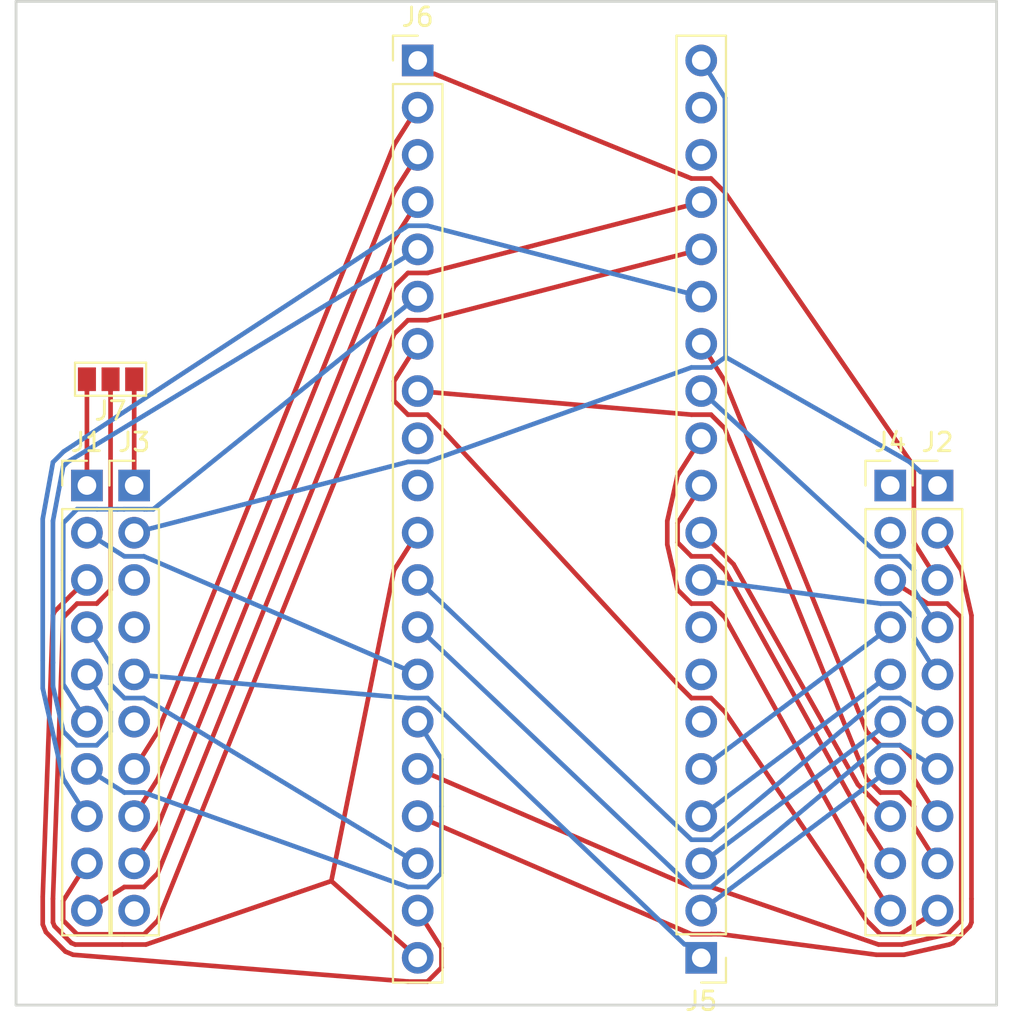
<source format=kicad_pcb>
(kicad_pcb (version 4) (host pcbnew 4.0.7)

  (general
    (links 36)
    (no_connects 0)
    (area 96.852381 75.435 152.06762 130.405)
    (thickness 1.6)
    (drawings 4)
    (tracks 350)
    (zones 0)
    (modules 7)
    (nets 48)
  )

  (page A4)
  (layers
    (0 F.Cu signal)
    (31 B.Cu signal)
    (32 B.Adhes user)
    (33 F.Adhes user)
    (34 B.Paste user)
    (35 F.Paste user)
    (36 B.SilkS user)
    (37 F.SilkS user)
    (38 B.Mask user)
    (39 F.Mask user)
    (40 Dwgs.User user)
    (41 Cmts.User user)
    (42 Eco1.User user)
    (43 Eco2.User user)
    (44 Edge.Cuts user)
    (45 Margin user)
    (46 B.CrtYd user)
    (47 F.CrtYd user)
    (48 B.Fab user)
    (49 F.Fab user)
  )

  (setup
    (last_trace_width 0.25)
    (trace_clearance 0.2)
    (zone_clearance 0.508)
    (zone_45_only no)
    (trace_min 0.2)
    (segment_width 0.2)
    (edge_width 0.15)
    (via_size 0.6)
    (via_drill 0.4)
    (via_min_size 0.4)
    (via_min_drill 0.3)
    (uvia_size 0.3)
    (uvia_drill 0.1)
    (uvias_allowed no)
    (uvia_min_size 0.2)
    (uvia_min_drill 0.1)
    (pcb_text_width 0.3)
    (pcb_text_size 1.5 1.5)
    (mod_edge_width 0.15)
    (mod_text_size 1 1)
    (mod_text_width 0.15)
    (pad_size 1.524 1.524)
    (pad_drill 0.762)
    (pad_to_mask_clearance 0.2)
    (aux_axis_origin 0 0)
    (grid_origin 156.21 113.03)
    (visible_elements 7FFFFFFF)
    (pcbplotparams
      (layerselection 0x010f0_80000001)
      (usegerberextensions true)
      (excludeedgelayer true)
      (linewidth 0.100000)
      (plotframeref false)
      (viasonmask false)
      (mode 1)
      (useauxorigin false)
      (hpglpennumber 1)
      (hpglpenspeed 20)
      (hpglpendiameter 15)
      (hpglpenoverlay 2)
      (psnegative false)
      (psa4output false)
      (plotreference true)
      (plotvalue true)
      (plotinvisibletext false)
      (padsonsilk false)
      (subtractmaskfromsilk false)
      (outputformat 1)
      (mirror false)
      (drillshape 0)
      (scaleselection 1)
      (outputdirectory Gerbers/))
  )

  (net 0 "")
  (net 1 "Net-(J1-Pad1)")
  (net 2 /X5)
  (net 3 /X0)
  (net 4 /X1)
  (net 5 /Bit4)
  (net 6 /Bit5)
  (net 7 /X4)
  (net 8 /Bit9)
  (net 9 /Bit10)
  (net 10 /Bit11)
  (net 11 /GND)
  (net 12 /X2)
  (net 13 /Bit0)
  (net 14 /PLUS)
  (net 15 /RESET)
  (net 16 /X7)
  (net 17 /X6)
  (net 18 /Bit8)
  (net 19 /Bit7)
  (net 20 /Bit6)
  (net 21 "Net-(J3-Pad1)")
  (net 22 "Net-(J3-Pad3)")
  (net 23 "Net-(J3-Pad4)")
  (net 24 /DS18B20)
  (net 25 "Net-(J3-Pad6)")
  (net 26 /Bit1)
  (net 27 /Bit2)
  (net 28 /Bit3)
  (net 29 "Net-(J3-Pad10)")
  (net 30 "Net-(J4-Pad1)")
  (net 31 "Net-(J4-Pad2)")
  (net 32 /X3)
  (net 33 /BEEP)
  (net 34 /1302CLK)
  (net 35 /1302IO)
  (net 36 /1302RST)
  (net 37 /RXD)
  (net 38 /TXD)
  (net 39 /MODE)
  (net 40 "Net-(J5-Pad6)")
  (net 41 "Net-(J5-Pad7)")
  (net 42 "Net-(J5-Pad8)")
  (net 43 "Net-(J5-Pad18)")
  (net 44 "Net-(J5-Pad19)")
  (net 45 "Net-(J6-Pad9)")
  (net 46 "Net-(J6-Pad10)")
  (net 47 /VCC)

  (net_class Default "This is the default net class."
    (clearance 0.2)
    (trace_width 0.25)
    (via_dia 0.6)
    (via_drill 0.4)
    (uvia_dia 0.3)
    (uvia_drill 0.1)
    (add_net /1302CLK)
    (add_net /1302IO)
    (add_net /1302RST)
    (add_net /BEEP)
    (add_net /Bit0)
    (add_net /Bit1)
    (add_net /Bit10)
    (add_net /Bit11)
    (add_net /Bit2)
    (add_net /Bit3)
    (add_net /Bit4)
    (add_net /Bit5)
    (add_net /Bit6)
    (add_net /Bit7)
    (add_net /Bit8)
    (add_net /Bit9)
    (add_net /DS18B20)
    (add_net /GND)
    (add_net /MODE)
    (add_net /PLUS)
    (add_net /RESET)
    (add_net /RXD)
    (add_net /TXD)
    (add_net /VCC)
    (add_net /X0)
    (add_net /X1)
    (add_net /X2)
    (add_net /X3)
    (add_net /X4)
    (add_net /X5)
    (add_net /X6)
    (add_net /X7)
    (add_net "Net-(J1-Pad1)")
    (add_net "Net-(J3-Pad1)")
    (add_net "Net-(J3-Pad10)")
    (add_net "Net-(J3-Pad3)")
    (add_net "Net-(J3-Pad4)")
    (add_net "Net-(J3-Pad6)")
    (add_net "Net-(J4-Pad1)")
    (add_net "Net-(J4-Pad2)")
    (add_net "Net-(J5-Pad18)")
    (add_net "Net-(J5-Pad19)")
    (add_net "Net-(J5-Pad6)")
    (add_net "Net-(J5-Pad7)")
    (add_net "Net-(J5-Pad8)")
    (add_net "Net-(J6-Pad10)")
    (add_net "Net-(J6-Pad9)")
  )

  (module Pin_Headers:Pin_Header_Straight_1x10_Pitch2.54mm (layer F.Cu) (tedit 59650532) (tstamp 5A68B6AC)
    (at 101.6 101.6)
    (descr "Through hole straight pin header, 1x10, 2.54mm pitch, single row")
    (tags "Through hole pin header THT 1x10 2.54mm single row")
    (path /5A5BEAC9)
    (fp_text reference J1 (at 0 -2.33) (layer F.SilkS)
      (effects (font (size 1 1) (thickness 0.15)))
    )
    (fp_text value Conn_01x10 (at 0 25.19) (layer F.Fab)
      (effects (font (size 1 1) (thickness 0.15)))
    )
    (fp_line (start -0.635 -1.27) (end 1.27 -1.27) (layer F.Fab) (width 0.1))
    (fp_line (start 1.27 -1.27) (end 1.27 24.13) (layer F.Fab) (width 0.1))
    (fp_line (start 1.27 24.13) (end -1.27 24.13) (layer F.Fab) (width 0.1))
    (fp_line (start -1.27 24.13) (end -1.27 -0.635) (layer F.Fab) (width 0.1))
    (fp_line (start -1.27 -0.635) (end -0.635 -1.27) (layer F.Fab) (width 0.1))
    (fp_line (start -1.33 24.19) (end 1.33 24.19) (layer F.SilkS) (width 0.12))
    (fp_line (start -1.33 1.27) (end -1.33 24.19) (layer F.SilkS) (width 0.12))
    (fp_line (start 1.33 1.27) (end 1.33 24.19) (layer F.SilkS) (width 0.12))
    (fp_line (start -1.33 1.27) (end 1.33 1.27) (layer F.SilkS) (width 0.12))
    (fp_line (start -1.33 0) (end -1.33 -1.33) (layer F.SilkS) (width 0.12))
    (fp_line (start -1.33 -1.33) (end 0 -1.33) (layer F.SilkS) (width 0.12))
    (fp_line (start -1.8 -1.8) (end -1.8 24.65) (layer F.CrtYd) (width 0.05))
    (fp_line (start -1.8 24.65) (end 1.8 24.65) (layer F.CrtYd) (width 0.05))
    (fp_line (start 1.8 24.65) (end 1.8 -1.8) (layer F.CrtYd) (width 0.05))
    (fp_line (start 1.8 -1.8) (end -1.8 -1.8) (layer F.CrtYd) (width 0.05))
    (fp_text user %R (at 0 11.43 90) (layer F.Fab)
      (effects (font (size 1 1) (thickness 0.15)))
    )
    (pad 1 thru_hole rect (at 0 0) (size 1.7 1.7) (drill 1) (layers *.Cu *.Mask)
      (net 1 "Net-(J1-Pad1)"))
    (pad 2 thru_hole oval (at 0 2.54) (size 1.7 1.7) (drill 1) (layers *.Cu *.Mask)
      (net 2 /X5))
    (pad 3 thru_hole oval (at 0 5.08) (size 1.7 1.7) (drill 1) (layers *.Cu *.Mask)
      (net 3 /X0))
    (pad 4 thru_hole oval (at 0 7.62) (size 1.7 1.7) (drill 1) (layers *.Cu *.Mask)
      (net 4 /X1))
    (pad 5 thru_hole oval (at 0 10.16) (size 1.7 1.7) (drill 1) (layers *.Cu *.Mask)
      (net 5 /Bit4))
    (pad 6 thru_hole oval (at 0 12.7) (size 1.7 1.7) (drill 1) (layers *.Cu *.Mask)
      (net 6 /Bit5))
    (pad 7 thru_hole oval (at 0 15.24) (size 1.7 1.7) (drill 1) (layers *.Cu *.Mask)
      (net 7 /X4))
    (pad 8 thru_hole oval (at 0 17.78) (size 1.7 1.7) (drill 1) (layers *.Cu *.Mask)
      (net 8 /Bit9))
    (pad 9 thru_hole oval (at 0 20.32) (size 1.7 1.7) (drill 1) (layers *.Cu *.Mask)
      (net 9 /Bit10))
    (pad 10 thru_hole oval (at 0 22.86) (size 1.7 1.7) (drill 1) (layers *.Cu *.Mask)
      (net 10 /Bit11))
    (model ${KISYS3DMOD}/Pin_Headers.3dshapes/Pin_Header_Straight_1x10_Pitch2.54mm.wrl
      (at (xyz 0 0 0))
      (scale (xyz 1 1 1))
      (rotate (xyz 0 0 0))
    )
  )

  (module Pin_Headers:Pin_Header_Straight_1x10_Pitch2.54mm (layer F.Cu) (tedit 59650532) (tstamp 5A68B6BA)
    (at 147.32 101.6)
    (descr "Through hole straight pin header, 1x10, 2.54mm pitch, single row")
    (tags "Through hole pin header THT 1x10 2.54mm single row")
    (path /5A5BED3B)
    (fp_text reference J2 (at 0 -2.33) (layer F.SilkS)
      (effects (font (size 1 1) (thickness 0.15)))
    )
    (fp_text value Conn_01x10 (at 0 25.19) (layer F.Fab)
      (effects (font (size 1 1) (thickness 0.15)))
    )
    (fp_line (start -0.635 -1.27) (end 1.27 -1.27) (layer F.Fab) (width 0.1))
    (fp_line (start 1.27 -1.27) (end 1.27 24.13) (layer F.Fab) (width 0.1))
    (fp_line (start 1.27 24.13) (end -1.27 24.13) (layer F.Fab) (width 0.1))
    (fp_line (start -1.27 24.13) (end -1.27 -0.635) (layer F.Fab) (width 0.1))
    (fp_line (start -1.27 -0.635) (end -0.635 -1.27) (layer F.Fab) (width 0.1))
    (fp_line (start -1.33 24.19) (end 1.33 24.19) (layer F.SilkS) (width 0.12))
    (fp_line (start -1.33 1.27) (end -1.33 24.19) (layer F.SilkS) (width 0.12))
    (fp_line (start 1.33 1.27) (end 1.33 24.19) (layer F.SilkS) (width 0.12))
    (fp_line (start -1.33 1.27) (end 1.33 1.27) (layer F.SilkS) (width 0.12))
    (fp_line (start -1.33 0) (end -1.33 -1.33) (layer F.SilkS) (width 0.12))
    (fp_line (start -1.33 -1.33) (end 0 -1.33) (layer F.SilkS) (width 0.12))
    (fp_line (start -1.8 -1.8) (end -1.8 24.65) (layer F.CrtYd) (width 0.05))
    (fp_line (start -1.8 24.65) (end 1.8 24.65) (layer F.CrtYd) (width 0.05))
    (fp_line (start 1.8 24.65) (end 1.8 -1.8) (layer F.CrtYd) (width 0.05))
    (fp_line (start 1.8 -1.8) (end -1.8 -1.8) (layer F.CrtYd) (width 0.05))
    (fp_text user %R (at 0 11.43 90) (layer F.Fab)
      (effects (font (size 1 1) (thickness 0.15)))
    )
    (pad 1 thru_hole rect (at 0 0) (size 1.7 1.7) (drill 1) (layers *.Cu *.Mask)
      (net 11 /GND))
    (pad 2 thru_hole oval (at 0 2.54) (size 1.7 1.7) (drill 1) (layers *.Cu *.Mask)
      (net 12 /X2))
    (pad 3 thru_hole oval (at 0 5.08) (size 1.7 1.7) (drill 1) (layers *.Cu *.Mask)
      (net 13 /Bit0))
    (pad 4 thru_hole oval (at 0 7.62) (size 1.7 1.7) (drill 1) (layers *.Cu *.Mask)
      (net 14 /PLUS))
    (pad 5 thru_hole oval (at 0 10.16) (size 1.7 1.7) (drill 1) (layers *.Cu *.Mask)
      (net 15 /RESET))
    (pad 6 thru_hole oval (at 0 12.7) (size 1.7 1.7) (drill 1) (layers *.Cu *.Mask)
      (net 16 /X7))
    (pad 7 thru_hole oval (at 0 15.24) (size 1.7 1.7) (drill 1) (layers *.Cu *.Mask)
      (net 17 /X6))
    (pad 8 thru_hole oval (at 0 17.78) (size 1.7 1.7) (drill 1) (layers *.Cu *.Mask)
      (net 18 /Bit8))
    (pad 9 thru_hole oval (at 0 20.32) (size 1.7 1.7) (drill 1) (layers *.Cu *.Mask)
      (net 19 /Bit7))
    (pad 10 thru_hole oval (at 0 22.86) (size 1.7 1.7) (drill 1) (layers *.Cu *.Mask)
      (net 20 /Bit6))
    (model ${KISYS3DMOD}/Pin_Headers.3dshapes/Pin_Header_Straight_1x10_Pitch2.54mm.wrl
      (at (xyz 0 0 0))
      (scale (xyz 1 1 1))
      (rotate (xyz 0 0 0))
    )
  )

  (module Pin_Headers:Pin_Header_Straight_1x10_Pitch2.54mm (layer F.Cu) (tedit 59650532) (tstamp 5A68B6C8)
    (at 104.14 101.6)
    (descr "Through hole straight pin header, 1x10, 2.54mm pitch, single row")
    (tags "Through hole pin header THT 1x10 2.54mm single row")
    (path /5A5BEB8A)
    (fp_text reference J3 (at 0 -2.33) (layer F.SilkS)
      (effects (font (size 1 1) (thickness 0.15)))
    )
    (fp_text value Conn_01x10 (at 0 25.19) (layer F.Fab)
      (effects (font (size 1 1) (thickness 0.15)))
    )
    (fp_line (start -0.635 -1.27) (end 1.27 -1.27) (layer F.Fab) (width 0.1))
    (fp_line (start 1.27 -1.27) (end 1.27 24.13) (layer F.Fab) (width 0.1))
    (fp_line (start 1.27 24.13) (end -1.27 24.13) (layer F.Fab) (width 0.1))
    (fp_line (start -1.27 24.13) (end -1.27 -0.635) (layer F.Fab) (width 0.1))
    (fp_line (start -1.27 -0.635) (end -0.635 -1.27) (layer F.Fab) (width 0.1))
    (fp_line (start -1.33 24.19) (end 1.33 24.19) (layer F.SilkS) (width 0.12))
    (fp_line (start -1.33 1.27) (end -1.33 24.19) (layer F.SilkS) (width 0.12))
    (fp_line (start 1.33 1.27) (end 1.33 24.19) (layer F.SilkS) (width 0.12))
    (fp_line (start -1.33 1.27) (end 1.33 1.27) (layer F.SilkS) (width 0.12))
    (fp_line (start -1.33 0) (end -1.33 -1.33) (layer F.SilkS) (width 0.12))
    (fp_line (start -1.33 -1.33) (end 0 -1.33) (layer F.SilkS) (width 0.12))
    (fp_line (start -1.8 -1.8) (end -1.8 24.65) (layer F.CrtYd) (width 0.05))
    (fp_line (start -1.8 24.65) (end 1.8 24.65) (layer F.CrtYd) (width 0.05))
    (fp_line (start 1.8 24.65) (end 1.8 -1.8) (layer F.CrtYd) (width 0.05))
    (fp_line (start 1.8 -1.8) (end -1.8 -1.8) (layer F.CrtYd) (width 0.05))
    (fp_text user %R (at 0 11.43 90) (layer F.Fab)
      (effects (font (size 1 1) (thickness 0.15)))
    )
    (pad 1 thru_hole rect (at 0 0) (size 1.7 1.7) (drill 1) (layers *.Cu *.Mask)
      (net 21 "Net-(J3-Pad1)"))
    (pad 2 thru_hole oval (at 0 2.54) (size 1.7 1.7) (drill 1) (layers *.Cu *.Mask)
      (net 11 /GND))
    (pad 3 thru_hole oval (at 0 5.08) (size 1.7 1.7) (drill 1) (layers *.Cu *.Mask)
      (net 22 "Net-(J3-Pad3)"))
    (pad 4 thru_hole oval (at 0 7.62) (size 1.7 1.7) (drill 1) (layers *.Cu *.Mask)
      (net 23 "Net-(J3-Pad4)"))
    (pad 5 thru_hole oval (at 0 10.16) (size 1.7 1.7) (drill 1) (layers *.Cu *.Mask)
      (net 24 /DS18B20))
    (pad 6 thru_hole oval (at 0 12.7) (size 1.7 1.7) (drill 1) (layers *.Cu *.Mask)
      (net 25 "Net-(J3-Pad6)"))
    (pad 7 thru_hole oval (at 0 15.24) (size 1.7 1.7) (drill 1) (layers *.Cu *.Mask)
      (net 26 /Bit1))
    (pad 8 thru_hole oval (at 0 17.78) (size 1.7 1.7) (drill 1) (layers *.Cu *.Mask)
      (net 27 /Bit2))
    (pad 9 thru_hole oval (at 0 20.32) (size 1.7 1.7) (drill 1) (layers *.Cu *.Mask)
      (net 28 /Bit3))
    (pad 10 thru_hole oval (at 0 22.86) (size 1.7 1.7) (drill 1) (layers *.Cu *.Mask)
      (net 29 "Net-(J3-Pad10)"))
    (model ${KISYS3DMOD}/Pin_Headers.3dshapes/Pin_Header_Straight_1x10_Pitch2.54mm.wrl
      (at (xyz 0 0 0))
      (scale (xyz 1 1 1))
      (rotate (xyz 0 0 0))
    )
  )

  (module Pin_Headers:Pin_Header_Straight_1x10_Pitch2.54mm (layer F.Cu) (tedit 59650532) (tstamp 5A68B6D6)
    (at 144.78 101.6)
    (descr "Through hole straight pin header, 1x10, 2.54mm pitch, single row")
    (tags "Through hole pin header THT 1x10 2.54mm single row")
    (path /5A5BED0F)
    (fp_text reference J4 (at 0 -2.33) (layer F.SilkS)
      (effects (font (size 1 1) (thickness 0.15)))
    )
    (fp_text value Conn_01x10 (at 0 25.19) (layer F.Fab)
      (effects (font (size 1 1) (thickness 0.15)))
    )
    (fp_line (start -0.635 -1.27) (end 1.27 -1.27) (layer F.Fab) (width 0.1))
    (fp_line (start 1.27 -1.27) (end 1.27 24.13) (layer F.Fab) (width 0.1))
    (fp_line (start 1.27 24.13) (end -1.27 24.13) (layer F.Fab) (width 0.1))
    (fp_line (start -1.27 24.13) (end -1.27 -0.635) (layer F.Fab) (width 0.1))
    (fp_line (start -1.27 -0.635) (end -0.635 -1.27) (layer F.Fab) (width 0.1))
    (fp_line (start -1.33 24.19) (end 1.33 24.19) (layer F.SilkS) (width 0.12))
    (fp_line (start -1.33 1.27) (end -1.33 24.19) (layer F.SilkS) (width 0.12))
    (fp_line (start 1.33 1.27) (end 1.33 24.19) (layer F.SilkS) (width 0.12))
    (fp_line (start -1.33 1.27) (end 1.33 1.27) (layer F.SilkS) (width 0.12))
    (fp_line (start -1.33 0) (end -1.33 -1.33) (layer F.SilkS) (width 0.12))
    (fp_line (start -1.33 -1.33) (end 0 -1.33) (layer F.SilkS) (width 0.12))
    (fp_line (start -1.8 -1.8) (end -1.8 24.65) (layer F.CrtYd) (width 0.05))
    (fp_line (start -1.8 24.65) (end 1.8 24.65) (layer F.CrtYd) (width 0.05))
    (fp_line (start 1.8 24.65) (end 1.8 -1.8) (layer F.CrtYd) (width 0.05))
    (fp_line (start 1.8 -1.8) (end -1.8 -1.8) (layer F.CrtYd) (width 0.05))
    (fp_text user %R (at 0 11.43 90) (layer F.Fab)
      (effects (font (size 1 1) (thickness 0.15)))
    )
    (pad 1 thru_hole rect (at 0 0) (size 1.7 1.7) (drill 1) (layers *.Cu *.Mask)
      (net 30 "Net-(J4-Pad1)"))
    (pad 2 thru_hole oval (at 0 2.54) (size 1.7 1.7) (drill 1) (layers *.Cu *.Mask)
      (net 31 "Net-(J4-Pad2)"))
    (pad 3 thru_hole oval (at 0 5.08) (size 1.7 1.7) (drill 1) (layers *.Cu *.Mask)
      (net 32 /X3))
    (pad 4 thru_hole oval (at 0 7.62) (size 1.7 1.7) (drill 1) (layers *.Cu *.Mask)
      (net 33 /BEEP))
    (pad 5 thru_hole oval (at 0 10.16) (size 1.7 1.7) (drill 1) (layers *.Cu *.Mask)
      (net 34 /1302CLK))
    (pad 6 thru_hole oval (at 0 12.7) (size 1.7 1.7) (drill 1) (layers *.Cu *.Mask)
      (net 35 /1302IO))
    (pad 7 thru_hole oval (at 0 15.24) (size 1.7 1.7) (drill 1) (layers *.Cu *.Mask)
      (net 36 /1302RST))
    (pad 8 thru_hole oval (at 0 17.78) (size 1.7 1.7) (drill 1) (layers *.Cu *.Mask)
      (net 37 /RXD))
    (pad 9 thru_hole oval (at 0 20.32) (size 1.7 1.7) (drill 1) (layers *.Cu *.Mask)
      (net 38 /TXD))
    (pad 10 thru_hole oval (at 0 22.86) (size 1.7 1.7) (drill 1) (layers *.Cu *.Mask)
      (net 39 /MODE))
    (model ${KISYS3DMOD}/Pin_Headers.3dshapes/Pin_Header_Straight_1x10_Pitch2.54mm.wrl
      (at (xyz 0 0 0))
      (scale (xyz 1 1 1))
      (rotate (xyz 0 0 0))
    )
  )

  (module Pin_Headers:Pin_Header_Straight_1x20_Pitch2.54mm (layer F.Cu) (tedit 59650532) (tstamp 5A68B6EE)
    (at 134.62 127 180)
    (descr "Through hole straight pin header, 1x20, 2.54mm pitch, single row")
    (tags "Through hole pin header THT 1x20 2.54mm single row")
    (path /5A5BED71)
    (fp_text reference J5 (at 0 -2.33 180) (layer F.SilkS)
      (effects (font (size 1 1) (thickness 0.15)))
    )
    (fp_text value Conn_01x20 (at 0 50.59 180) (layer F.Fab)
      (effects (font (size 1 1) (thickness 0.15)))
    )
    (fp_line (start -0.635 -1.27) (end 1.27 -1.27) (layer F.Fab) (width 0.1))
    (fp_line (start 1.27 -1.27) (end 1.27 49.53) (layer F.Fab) (width 0.1))
    (fp_line (start 1.27 49.53) (end -1.27 49.53) (layer F.Fab) (width 0.1))
    (fp_line (start -1.27 49.53) (end -1.27 -0.635) (layer F.Fab) (width 0.1))
    (fp_line (start -1.27 -0.635) (end -0.635 -1.27) (layer F.Fab) (width 0.1))
    (fp_line (start -1.33 49.59) (end 1.33 49.59) (layer F.SilkS) (width 0.12))
    (fp_line (start -1.33 1.27) (end -1.33 49.59) (layer F.SilkS) (width 0.12))
    (fp_line (start 1.33 1.27) (end 1.33 49.59) (layer F.SilkS) (width 0.12))
    (fp_line (start -1.33 1.27) (end 1.33 1.27) (layer F.SilkS) (width 0.12))
    (fp_line (start -1.33 0) (end -1.33 -1.33) (layer F.SilkS) (width 0.12))
    (fp_line (start -1.33 -1.33) (end 0 -1.33) (layer F.SilkS) (width 0.12))
    (fp_line (start -1.8 -1.8) (end -1.8 50.05) (layer F.CrtYd) (width 0.05))
    (fp_line (start -1.8 50.05) (end 1.8 50.05) (layer F.CrtYd) (width 0.05))
    (fp_line (start 1.8 50.05) (end 1.8 -1.8) (layer F.CrtYd) (width 0.05))
    (fp_line (start 1.8 -1.8) (end -1.8 -1.8) (layer F.CrtYd) (width 0.05))
    (fp_text user %R (at 0 24.13 270) (layer F.Fab)
      (effects (font (size 1 1) (thickness 0.15)))
    )
    (pad 1 thru_hole rect (at 0 0 180) (size 1.7 1.7) (drill 1) (layers *.Cu *.Mask)
      (net 24 /DS18B20))
    (pad 2 thru_hole oval (at 0 2.54 180) (size 1.7 1.7) (drill 1) (layers *.Cu *.Mask)
      (net 36 /1302RST))
    (pad 3 thru_hole oval (at 0 5.08 180) (size 1.7 1.7) (drill 1) (layers *.Cu *.Mask)
      (net 35 /1302IO))
    (pad 4 thru_hole oval (at 0 7.62 180) (size 1.7 1.7) (drill 1) (layers *.Cu *.Mask)
      (net 34 /1302CLK))
    (pad 5 thru_hole oval (at 0 10.16 180) (size 1.7 1.7) (drill 1) (layers *.Cu *.Mask)
      (net 33 /BEEP))
    (pad 6 thru_hole oval (at 0 12.7 180) (size 1.7 1.7) (drill 1) (layers *.Cu *.Mask)
      (net 40 "Net-(J5-Pad6)"))
    (pad 7 thru_hole oval (at 0 15.24 180) (size 1.7 1.7) (drill 1) (layers *.Cu *.Mask)
      (net 41 "Net-(J5-Pad7)"))
    (pad 8 thru_hole oval (at 0 17.78 180) (size 1.7 1.7) (drill 1) (layers *.Cu *.Mask)
      (net 42 "Net-(J5-Pad8)"))
    (pad 9 thru_hole oval (at 0 20.32 180) (size 1.7 1.7) (drill 1) (layers *.Cu *.Mask)
      (net 15 /RESET))
    (pad 10 thru_hole oval (at 0 22.86 180) (size 1.7 1.7) (drill 1) (layers *.Cu *.Mask)
      (net 37 /RXD))
    (pad 11 thru_hole oval (at 0 25.4 180) (size 1.7 1.7) (drill 1) (layers *.Cu *.Mask)
      (net 38 /TXD))
    (pad 12 thru_hole oval (at 0 27.94 180) (size 1.7 1.7) (drill 1) (layers *.Cu *.Mask)
      (net 39 /MODE))
    (pad 13 thru_hole oval (at 0 30.48 180) (size 1.7 1.7) (drill 1) (layers *.Cu *.Mask)
      (net 14 /PLUS))
    (pad 14 thru_hole oval (at 0 33.02 180) (size 1.7 1.7) (drill 1) (layers *.Cu *.Mask)
      (net 18 /Bit8))
    (pad 15 thru_hole oval (at 0 35.56 180) (size 1.7 1.7) (drill 1) (layers *.Cu *.Mask)
      (net 8 /Bit9))
    (pad 16 thru_hole oval (at 0 38.1 180) (size 1.7 1.7) (drill 1) (layers *.Cu *.Mask)
      (net 9 /Bit10))
    (pad 17 thru_hole oval (at 0 40.64 180) (size 1.7 1.7) (drill 1) (layers *.Cu *.Mask)
      (net 10 /Bit11))
    (pad 18 thru_hole oval (at 0 43.18 180) (size 1.7 1.7) (drill 1) (layers *.Cu *.Mask)
      (net 43 "Net-(J5-Pad18)"))
    (pad 19 thru_hole oval (at 0 45.72 180) (size 1.7 1.7) (drill 1) (layers *.Cu *.Mask)
      (net 44 "Net-(J5-Pad19)"))
    (pad 20 thru_hole oval (at 0 48.26 180) (size 1.7 1.7) (drill 1) (layers *.Cu *.Mask)
      (net 11 /GND))
    (model ${KISYS3DMOD}/Pin_Headers.3dshapes/Pin_Header_Straight_1x20_Pitch2.54mm.wrl
      (at (xyz 0 0 0))
      (scale (xyz 1 1 1))
      (rotate (xyz 0 0 0))
    )
  )

  (module Pin_Headers:Pin_Header_Straight_1x20_Pitch2.54mm (layer F.Cu) (tedit 59650532) (tstamp 5A68B706)
    (at 119.38 78.74)
    (descr "Through hole straight pin header, 1x20, 2.54mm pitch, single row")
    (tags "Through hole pin header THT 1x20 2.54mm single row")
    (path /5A5BEDA4)
    (fp_text reference J6 (at 0 -2.33) (layer F.SilkS)
      (effects (font (size 1 1) (thickness 0.15)))
    )
    (fp_text value Conn_01x20 (at 0 50.59) (layer F.Fab)
      (effects (font (size 1 1) (thickness 0.15)))
    )
    (fp_line (start -0.635 -1.27) (end 1.27 -1.27) (layer F.Fab) (width 0.1))
    (fp_line (start 1.27 -1.27) (end 1.27 49.53) (layer F.Fab) (width 0.1))
    (fp_line (start 1.27 49.53) (end -1.27 49.53) (layer F.Fab) (width 0.1))
    (fp_line (start -1.27 49.53) (end -1.27 -0.635) (layer F.Fab) (width 0.1))
    (fp_line (start -1.27 -0.635) (end -0.635 -1.27) (layer F.Fab) (width 0.1))
    (fp_line (start -1.33 49.59) (end 1.33 49.59) (layer F.SilkS) (width 0.12))
    (fp_line (start -1.33 1.27) (end -1.33 49.59) (layer F.SilkS) (width 0.12))
    (fp_line (start 1.33 1.27) (end 1.33 49.59) (layer F.SilkS) (width 0.12))
    (fp_line (start -1.33 1.27) (end 1.33 1.27) (layer F.SilkS) (width 0.12))
    (fp_line (start -1.33 0) (end -1.33 -1.33) (layer F.SilkS) (width 0.12))
    (fp_line (start -1.33 -1.33) (end 0 -1.33) (layer F.SilkS) (width 0.12))
    (fp_line (start -1.8 -1.8) (end -1.8 50.05) (layer F.CrtYd) (width 0.05))
    (fp_line (start -1.8 50.05) (end 1.8 50.05) (layer F.CrtYd) (width 0.05))
    (fp_line (start 1.8 50.05) (end 1.8 -1.8) (layer F.CrtYd) (width 0.05))
    (fp_line (start 1.8 -1.8) (end -1.8 -1.8) (layer F.CrtYd) (width 0.05))
    (fp_text user %R (at 0 24.13 90) (layer F.Fab)
      (effects (font (size 1 1) (thickness 0.15)))
    )
    (pad 1 thru_hole rect (at 0 0) (size 1.7 1.7) (drill 1) (layers *.Cu *.Mask)
      (net 13 /Bit0))
    (pad 2 thru_hole oval (at 0 2.54) (size 1.7 1.7) (drill 1) (layers *.Cu *.Mask)
      (net 26 /Bit1))
    (pad 3 thru_hole oval (at 0 5.08) (size 1.7 1.7) (drill 1) (layers *.Cu *.Mask)
      (net 27 /Bit2))
    (pad 4 thru_hole oval (at 0 7.62) (size 1.7 1.7) (drill 1) (layers *.Cu *.Mask)
      (net 28 /Bit3))
    (pad 5 thru_hole oval (at 0 10.16) (size 1.7 1.7) (drill 1) (layers *.Cu *.Mask)
      (net 5 /Bit4))
    (pad 6 thru_hole oval (at 0 12.7) (size 1.7 1.7) (drill 1) (layers *.Cu *.Mask)
      (net 6 /Bit5))
    (pad 7 thru_hole oval (at 0 15.24) (size 1.7 1.7) (drill 1) (layers *.Cu *.Mask)
      (net 20 /Bit6))
    (pad 8 thru_hole oval (at 0 17.78) (size 1.7 1.7) (drill 1) (layers *.Cu *.Mask)
      (net 19 /Bit7))
    (pad 9 thru_hole oval (at 0 20.32) (size 1.7 1.7) (drill 1) (layers *.Cu *.Mask)
      (net 45 "Net-(J6-Pad9)"))
    (pad 10 thru_hole oval (at 0 22.86) (size 1.7 1.7) (drill 1) (layers *.Cu *.Mask)
      (net 46 "Net-(J6-Pad10)"))
    (pad 11 thru_hole oval (at 0 25.4) (size 1.7 1.7) (drill 1) (layers *.Cu *.Mask)
      (net 47 /VCC))
    (pad 12 thru_hole oval (at 0 27.94) (size 1.7 1.7) (drill 1) (layers *.Cu *.Mask)
      (net 16 /X7))
    (pad 13 thru_hole oval (at 0 30.48) (size 1.7 1.7) (drill 1) (layers *.Cu *.Mask)
      (net 17 /X6))
    (pad 14 thru_hole oval (at 0 33.02) (size 1.7 1.7) (drill 1) (layers *.Cu *.Mask)
      (net 2 /X5))
    (pad 15 thru_hole oval (at 0 35.56) (size 1.7 1.7) (drill 1) (layers *.Cu *.Mask)
      (net 7 /X4))
    (pad 16 thru_hole oval (at 0 38.1) (size 1.7 1.7) (drill 1) (layers *.Cu *.Mask)
      (net 32 /X3))
    (pad 17 thru_hole oval (at 0 40.64) (size 1.7 1.7) (drill 1) (layers *.Cu *.Mask)
      (net 12 /X2))
    (pad 18 thru_hole oval (at 0 43.18) (size 1.7 1.7) (drill 1) (layers *.Cu *.Mask)
      (net 4 /X1))
    (pad 19 thru_hole oval (at 0 45.72) (size 1.7 1.7) (drill 1) (layers *.Cu *.Mask)
      (net 3 /X0))
    (pad 20 thru_hole oval (at 0 48.26) (size 1.7 1.7) (drill 1) (layers *.Cu *.Mask)
      (net 47 /VCC))
    (model ${KISYS3DMOD}/Pin_Headers.3dshapes/Pin_Header_Straight_1x20_Pitch2.54mm.wrl
      (at (xyz 0 0 0))
      (scale (xyz 1 1 1))
      (rotate (xyz 0 0 0))
    )
  )

  (module Connectors:GS3 (layer F.Cu) (tedit 58613494) (tstamp 5A6B3A58)
    (at 102.87 95.885 90)
    (descr "3-pin solder bridge")
    (tags "solder bridge")
    (path /5A6B36DA)
    (attr smd)
    (fp_text reference J7 (at -1.7 0 180) (layer F.SilkS)
      (effects (font (size 1 1) (thickness 0.15)))
    )
    (fp_text value GS3 (at 1.8 0 180) (layer F.Fab)
      (effects (font (size 1 1) (thickness 0.15)))
    )
    (fp_line (start -1.15 -2.15) (end 1.15 -2.15) (layer F.CrtYd) (width 0.05))
    (fp_line (start 1.15 -2.15) (end 1.15 2.15) (layer F.CrtYd) (width 0.05))
    (fp_line (start 1.15 2.15) (end -1.15 2.15) (layer F.CrtYd) (width 0.05))
    (fp_line (start -1.15 2.15) (end -1.15 -2.15) (layer F.CrtYd) (width 0.05))
    (fp_line (start -0.89 -1.91) (end -0.89 1.91) (layer F.SilkS) (width 0.12))
    (fp_line (start -0.89 1.91) (end 0.89 1.91) (layer F.SilkS) (width 0.12))
    (fp_line (start 0.89 1.91) (end 0.89 -1.91) (layer F.SilkS) (width 0.12))
    (fp_line (start -0.89 -1.91) (end 0.89 -1.91) (layer F.SilkS) (width 0.12))
    (pad 1 smd rect (at 0 -1.27 90) (size 1.27 0.97) (layers F.Cu F.Paste F.Mask)
      (net 1 "Net-(J1-Pad1)"))
    (pad 2 smd rect (at 0 0 90) (size 1.27 0.97) (layers F.Cu F.Paste F.Mask)
      (net 47 /VCC))
    (pad 3 smd rect (at 0 1.27 90) (size 1.27 0.97) (layers F.Cu F.Paste F.Mask)
      (net 21 "Net-(J3-Pad1)"))
  )

  (gr_line (start 97.79 75.565) (end 150.495 75.565) (angle 90) (layer Edge.Cuts) (width 0.15))
  (gr_line (start 97.79 129.54) (end 97.79 75.565) (angle 90) (layer Edge.Cuts) (width 0.15))
  (gr_line (start 150.495 129.54) (end 97.79 129.54) (angle 90) (layer Edge.Cuts) (width 0.15))
  (gr_line (start 150.495 129.54) (end 150.495 75.565) (angle 90) (layer Edge.Cuts) (width 0.15))

  (segment (start 101.6 100.875) (end 101.6 101.6) (width 0.25) (layer F.Cu) (net 1))
  (segment (start 101.6 100.75) (end 101.6 100.875) (width 0.25) (layer F.Cu) (net 1))
  (segment (start 101.6 96.52) (end 101.6 100.75) (width 0.25) (layer F.Cu) (net 1))
  (segment (start 101.6 96.395) (end 101.6 96.52) (width 0.25) (layer F.Cu) (net 1))
  (segment (start 101.6 95.885) (end 101.6 96.395) (width 0.25) (layer F.Cu) (net 1))
  (segment (start 103.6124 105.4085) (end 101.6 104.14) (width 0.25) (layer B.Cu) (net 2))
  (segment (start 103.6161 105.41) (end 103.6124 105.4085) (width 0.25) (layer B.Cu) (net 2))
  (segment (start 104.6639 105.41) (end 103.6161 105.41) (width 0.25) (layer B.Cu) (net 2))
  (segment (start 104.6676 105.4115) (end 104.6639 105.41) (width 0.25) (layer B.Cu) (net 2))
  (segment (start 119.38 111.76) (end 104.6676 105.4115) (width 0.25) (layer B.Cu) (net 2))
  (segment (start 100.7579 107.4808) (end 101.6 106.68) (width 0.25) (layer F.Cu) (net 3))
  (segment (start 99.8608 108.3779) (end 100.7579 107.4808) (width 0.25) (layer F.Cu) (net 3))
  (segment (start 99.7748 108.5857) (end 99.8608 108.3779) (width 0.25) (layer F.Cu) (net 3))
  (segment (start 99.2247 123.7162) (end 99.7748 108.5857) (width 0.25) (layer F.Cu) (net 3))
  (segment (start 99.2247 125.2038) (end 99.2247 123.7162) (width 0.25) (layer F.Cu) (net 3))
  (segment (start 99.3945 125.6137) (end 99.2247 125.2038) (width 0.25) (layer F.Cu) (net 3))
  (segment (start 100.4463 126.6655) (end 99.3945 125.6137) (width 0.25) (layer F.Cu) (net 3))
  (segment (start 100.8562 126.8353) (end 100.4463 126.6655) (width 0.25) (layer F.Cu) (net 3))
  (segment (start 118.8551 128.2751) (end 100.8562 126.8353) (width 0.25) (layer F.Cu) (net 3))
  (segment (start 119.9049 128.2751) (end 118.8551 128.2751) (width 0.25) (layer F.Cu) (net 3))
  (segment (start 119.9105 128.2728) (end 119.9049 128.2751) (width 0.25) (layer F.Cu) (net 3))
  (segment (start 120.6528 127.5305) (end 119.9105 128.2728) (width 0.25) (layer F.Cu) (net 3))
  (segment (start 120.6551 127.5249) (end 120.6528 127.5305) (width 0.25) (layer F.Cu) (net 3))
  (segment (start 120.6551 126.4751) (end 120.6551 127.5249) (width 0.25) (layer F.Cu) (net 3))
  (segment (start 120.6528 126.4695) (end 120.6551 126.4751) (width 0.25) (layer F.Cu) (net 3))
  (segment (start 119.38 124.46) (end 120.6528 126.4695) (width 0.25) (layer F.Cu) (net 3))
  (segment (start 102.8685 111.2324) (end 101.6 109.22) (width 0.25) (layer B.Cu) (net 4))
  (segment (start 102.87 111.2361) (end 102.8685 111.2324) (width 0.25) (layer B.Cu) (net 4))
  (segment (start 102.87 112.2839) (end 102.87 111.2361) (width 0.25) (layer B.Cu) (net 4))
  (segment (start 102.8715 112.2876) (end 102.87 112.2839) (width 0.25) (layer B.Cu) (net 4))
  (segment (start 103.6124 113.0285) (end 102.8715 112.2876) (width 0.25) (layer B.Cu) (net 4))
  (segment (start 103.6161 113.03) (end 103.6124 113.0285) (width 0.25) (layer B.Cu) (net 4))
  (segment (start 104.6639 113.03) (end 103.6161 113.03) (width 0.25) (layer B.Cu) (net 4))
  (segment (start 104.6676 113.0315) (end 104.6639 113.03) (width 0.25) (layer B.Cu) (net 4))
  (segment (start 119.38 121.92) (end 104.6676 113.0315) (width 0.25) (layer B.Cu) (net 4))
  (segment (start 102.8685 113.7724) (end 101.6 111.76) (width 0.25) (layer B.Cu) (net 5))
  (segment (start 102.87 113.7761) (end 102.8685 113.7724) (width 0.25) (layer B.Cu) (net 5))
  (segment (start 102.87 114.8239) (end 102.87 113.7761) (width 0.25) (layer B.Cu) (net 5))
  (segment (start 102.8685 114.8276) (end 102.87 114.8239) (width 0.25) (layer B.Cu) (net 5))
  (segment (start 102.1276 115.5685) (end 102.8685 114.8276) (width 0.25) (layer B.Cu) (net 5))
  (segment (start 102.1239 115.57) (end 102.1276 115.5685) (width 0.25) (layer B.Cu) (net 5))
  (segment (start 101.0761 115.57) (end 102.1239 115.57) (width 0.25) (layer B.Cu) (net 5))
  (segment (start 101.0724 115.5685) (end 101.0761 115.57) (width 0.25) (layer B.Cu) (net 5))
  (segment (start 100.3315 114.8276) (end 101.0724 115.5685) (width 0.25) (layer B.Cu) (net 5))
  (segment (start 100.33 114.8239) (end 100.3315 114.8276) (width 0.25) (layer B.Cu) (net 5))
  (segment (start 99.7748 112.3943) (end 100.33 114.8239) (width 0.25) (layer B.Cu) (net 5))
  (segment (start 99.7748 111.1257) (end 99.7748 112.3943) (width 0.25) (layer B.Cu) (net 5))
  (segment (start 99.7748 103.5057) (end 99.7748 111.1257) (width 0.25) (layer B.Cu) (net 5))
  (segment (start 100.3249 100.5739) (end 99.7748 103.5057) (width 0.25) (layer B.Cu) (net 5))
  (segment (start 100.5739 100.3249) (end 100.3249 100.5739) (width 0.25) (layer B.Cu) (net 5))
  (segment (start 119.38 88.9) (end 100.5739 100.3249) (width 0.25) (layer B.Cu) (net 5))
  (segment (start 100.3272 112.2905) (end 101.6 114.3) (width 0.25) (layer B.Cu) (net 6))
  (segment (start 100.3249 112.2849) (end 100.3272 112.2905) (width 0.25) (layer B.Cu) (net 6))
  (segment (start 100.3249 111.2351) (end 100.3249 112.2849) (width 0.25) (layer B.Cu) (net 6))
  (segment (start 100.3249 106.1551) (end 100.3249 111.2351) (width 0.25) (layer B.Cu) (net 6))
  (segment (start 100.33 103.6161) (end 100.3249 106.1551) (width 0.25) (layer B.Cu) (net 6))
  (segment (start 100.3315 103.6124) (end 100.33 103.6161) (width 0.25) (layer B.Cu) (net 6))
  (segment (start 101.0724 102.8715) (end 100.3315 103.6124) (width 0.25) (layer B.Cu) (net 6))
  (segment (start 101.0761 102.87) (end 101.0724 102.8715) (width 0.25) (layer B.Cu) (net 6))
  (segment (start 102.1239 102.87) (end 101.0761 102.87) (width 0.25) (layer B.Cu) (net 6))
  (segment (start 102.1489 102.8751) (end 102.1239 102.87) (width 0.25) (layer B.Cu) (net 6))
  (segment (start 103.2389 102.8751) (end 102.1489 102.8751) (width 0.25) (layer B.Cu) (net 6))
  (segment (start 103.5911 102.8751) (end 103.2389 102.8751) (width 0.25) (layer B.Cu) (net 6))
  (segment (start 103.6161 102.87) (end 103.5911 102.8751) (width 0.25) (layer B.Cu) (net 6))
  (segment (start 104.6639 102.87) (end 103.6161 102.87) (width 0.25) (layer B.Cu) (net 6))
  (segment (start 104.6889 102.8751) (end 104.6639 102.87) (width 0.25) (layer B.Cu) (net 6))
  (segment (start 104.8139 102.8751) (end 104.6889 102.8751) (width 0.25) (layer B.Cu) (net 6))
  (segment (start 105.1661 102.8751) (end 104.8139 102.8751) (width 0.25) (layer B.Cu) (net 6))
  (segment (start 119.38 91.44) (end 105.1661 102.8751) (width 0.25) (layer B.Cu) (net 6))
  (segment (start 103.6124 118.1085) (end 101.6 116.84) (width 0.25) (layer B.Cu) (net 7))
  (segment (start 103.6161 118.11) (end 103.6124 118.1085) (width 0.25) (layer B.Cu) (net 7))
  (segment (start 104.6639 118.11) (end 103.6161 118.11) (width 0.25) (layer B.Cu) (net 7))
  (segment (start 118.8561 123.19) (end 104.6639 118.11) (width 0.25) (layer B.Cu) (net 7))
  (segment (start 119.9039 123.19) (end 118.8561 123.19) (width 0.25) (layer B.Cu) (net 7))
  (segment (start 119.9076 123.1885) (end 119.9039 123.19) (width 0.25) (layer B.Cu) (net 7))
  (segment (start 120.6485 122.4476) (end 119.9076 123.1885) (width 0.25) (layer B.Cu) (net 7))
  (segment (start 120.65 122.4439) (end 120.6485 122.4476) (width 0.25) (layer B.Cu) (net 7))
  (segment (start 120.6551 119.9049) (end 120.65 122.4439) (width 0.25) (layer B.Cu) (net 7))
  (segment (start 120.6551 118.8551) (end 120.6551 119.9049) (width 0.25) (layer B.Cu) (net 7))
  (segment (start 120.6551 116.3151) (end 120.6551 118.8551) (width 0.25) (layer B.Cu) (net 7))
  (segment (start 120.6528 116.3095) (end 120.6551 116.3151) (width 0.25) (layer B.Cu) (net 7))
  (segment (start 119.38 114.3) (end 120.6528 116.3095) (width 0.25) (layer B.Cu) (net 7))
  (segment (start 100.3272 117.3705) (end 101.6 119.38) (width 0.25) (layer B.Cu) (net 8))
  (segment (start 100.3249 117.3649) (end 100.3272 117.3705) (width 0.25) (layer B.Cu) (net 8))
  (segment (start 99.2247 112.5038) (end 100.3249 117.3649) (width 0.25) (layer B.Cu) (net 8))
  (segment (start 99.2247 111.0162) (end 99.2247 112.5038) (width 0.25) (layer B.Cu) (net 8))
  (segment (start 99.2247 103.3962) (end 99.2247 111.0162) (width 0.25) (layer B.Cu) (net 8))
  (segment (start 99.7748 100.3461) (end 99.2247 103.3962) (width 0.25) (layer B.Cu) (net 8))
  (segment (start 100.3461 99.7748) (end 99.7748 100.3461) (width 0.25) (layer B.Cu) (net 8))
  (segment (start 118.8524 87.6315) (end 100.3461 99.7748) (width 0.25) (layer B.Cu) (net 8))
  (segment (start 118.8561 87.63) (end 118.8524 87.6315) (width 0.25) (layer B.Cu) (net 8))
  (segment (start 119.9039 87.63) (end 118.8561 87.63) (width 0.25) (layer B.Cu) (net 8))
  (segment (start 134.62 91.44) (end 119.9039 87.63) (width 0.25) (layer B.Cu) (net 8))
  (segment (start 100.3272 123.9295) (end 101.6 121.92) (width 0.25) (layer F.Cu) (net 9))
  (segment (start 100.3249 123.9351) (end 100.3272 123.9295) (width 0.25) (layer F.Cu) (net 9))
  (segment (start 100.3249 124.9849) (end 100.3249 123.9351) (width 0.25) (layer F.Cu) (net 9))
  (segment (start 100.3272 124.9905) (end 100.3249 124.9849) (width 0.25) (layer F.Cu) (net 9))
  (segment (start 101.0695 125.7328) (end 100.3272 124.9905) (width 0.25) (layer F.Cu) (net 9))
  (segment (start 101.0751 125.7351) (end 101.0695 125.7328) (width 0.25) (layer F.Cu) (net 9))
  (segment (start 103.6151 125.7351) (end 101.0751 125.7351) (width 0.25) (layer F.Cu) (net 9))
  (segment (start 104.6649 125.7351) (end 103.6151 125.7351) (width 0.25) (layer F.Cu) (net 9))
  (segment (start 104.6705 125.7328) (end 104.6649 125.7351) (width 0.25) (layer F.Cu) (net 9))
  (segment (start 105.4128 124.9905) (end 104.6705 125.7328) (width 0.25) (layer F.Cu) (net 9))
  (segment (start 105.4151 124.9849) (end 105.4128 124.9905) (width 0.25) (layer F.Cu) (net 9))
  (segment (start 118.11 93.4561) (end 105.4151 124.9849) (width 0.25) (layer F.Cu) (net 9))
  (segment (start 118.1115 93.4524) (end 118.11 93.4561) (width 0.25) (layer F.Cu) (net 9))
  (segment (start 118.8524 92.7115) (end 118.1115 93.4524) (width 0.25) (layer F.Cu) (net 9))
  (segment (start 118.8561 92.71) (end 118.8524 92.7115) (width 0.25) (layer F.Cu) (net 9))
  (segment (start 119.9039 92.71) (end 118.8561 92.71) (width 0.25) (layer F.Cu) (net 9))
  (segment (start 134.62 88.9) (end 119.9039 92.71) (width 0.25) (layer F.Cu) (net 9))
  (segment (start 103.6124 123.1915) (end 101.6 124.46) (width 0.25) (layer F.Cu) (net 10))
  (segment (start 103.6161 123.19) (end 103.6124 123.1915) (width 0.25) (layer F.Cu) (net 10))
  (segment (start 104.6639 123.19) (end 103.6161 123.19) (width 0.25) (layer F.Cu) (net 10))
  (segment (start 104.6676 123.1885) (end 104.6639 123.19) (width 0.25) (layer F.Cu) (net 10))
  (segment (start 105.4085 122.4476) (end 104.6676 123.1885) (width 0.25) (layer F.Cu) (net 10))
  (segment (start 105.41 122.4439) (end 105.4085 122.4476) (width 0.25) (layer F.Cu) (net 10))
  (segment (start 118.11 90.9161) (end 105.41 122.4439) (width 0.25) (layer F.Cu) (net 10))
  (segment (start 118.1115 90.9124) (end 118.11 90.9161) (width 0.25) (layer F.Cu) (net 10))
  (segment (start 118.8524 90.1715) (end 118.1115 90.9124) (width 0.25) (layer F.Cu) (net 10))
  (segment (start 118.8561 90.17) (end 118.8524 90.1715) (width 0.25) (layer F.Cu) (net 10))
  (segment (start 119.9039 90.17) (end 118.8561 90.17) (width 0.25) (layer F.Cu) (net 10))
  (segment (start 134.62 86.36) (end 119.9039 90.17) (width 0.25) (layer F.Cu) (net 10))
  (segment (start 135.8951 80.7551) (end 135.9265 94.6875) (width 0.25) (layer B.Cu) (net 11))
  (segment (start 135.8928 80.7495) (end 135.8951 80.7551) (width 0.25) (layer B.Cu) (net 11))
  (segment (start 134.62 78.74) (end 135.8928 80.7495) (width 0.25) (layer B.Cu) (net 11))
  (segment (start 135.1476 95.2485) (end 135.9265 94.6875) (width 0.25) (layer B.Cu) (net 11))
  (segment (start 135.1439 95.25) (end 135.1476 95.2485) (width 0.25) (layer B.Cu) (net 11))
  (segment (start 134.0961 95.25) (end 135.1439 95.25) (width 0.25) (layer B.Cu) (net 11))
  (segment (start 119.9039 100.33) (end 134.0961 95.25) (width 0.25) (layer B.Cu) (net 11))
  (segment (start 118.8561 100.33) (end 119.9039 100.33) (width 0.25) (layer B.Cu) (net 11))
  (segment (start 104.14 104.14) (end 118.8561 100.33) (width 0.25) (layer B.Cu) (net 11))
  (segment (start 145.8061 100.3249) (end 135.9265 94.6875) (width 0.25) (layer B.Cu) (net 11))
  (segment (start 146.4182 100.875) (end 145.8061 100.3249) (width 0.25) (layer B.Cu) (net 11))
  (segment (start 146.47 100.875) (end 146.4182 100.875) (width 0.25) (layer B.Cu) (net 11))
  (segment (start 146.595 100.875) (end 146.47 100.875) (width 0.25) (layer B.Cu) (net 11))
  (segment (start 147.32 101.6) (end 146.595 100.875) (width 0.25) (layer B.Cu) (net 11))
  (segment (start 148.5928 106.1495) (end 147.32 104.14) (width 0.25) (layer F.Cu) (net 12))
  (segment (start 148.5951 106.1551) (end 148.5928 106.1495) (width 0.25) (layer F.Cu) (net 12))
  (segment (start 149.1452 108.5857) (end 148.5951 106.1551) (width 0.25) (layer F.Cu) (net 12))
  (segment (start 149.1452 123.8257) (end 149.1452 108.5857) (width 0.25) (layer F.Cu) (net 12))
  (segment (start 149.1452 125.0943) (end 149.1452 123.8257) (width 0.25) (layer F.Cu) (net 12))
  (segment (start 149.0592 125.3021) (end 149.1452 125.0943) (width 0.25) (layer F.Cu) (net 12))
  (segment (start 148.1621 126.1992) (end 149.0592 125.3021) (width 0.25) (layer F.Cu) (net 12))
  (segment (start 147.9543 126.2852) (end 148.1621 126.1992) (width 0.25) (layer F.Cu) (net 12))
  (segment (start 145.5238 126.8353) (end 147.9543 126.2852) (width 0.25) (layer F.Cu) (net 12))
  (segment (start 144.0362 126.8353) (end 145.5238 126.8353) (width 0.25) (layer F.Cu) (net 12))
  (segment (start 135.6461 125.7249) (end 144.0362 126.8353) (width 0.25) (layer F.Cu) (net 12))
  (segment (start 135.5211 125.7249) (end 135.6461 125.7249) (width 0.25) (layer F.Cu) (net 12))
  (segment (start 135.1689 125.7249) (end 135.5211 125.7249) (width 0.25) (layer F.Cu) (net 12))
  (segment (start 135.1439 125.73) (end 135.1689 125.7249) (width 0.25) (layer F.Cu) (net 12))
  (segment (start 134.0961 125.73) (end 135.1439 125.73) (width 0.25) (layer F.Cu) (net 12))
  (segment (start 134.0924 125.7285) (end 134.0961 125.73) (width 0.25) (layer F.Cu) (net 12))
  (segment (start 119.38 119.38) (end 134.0924 125.7285) (width 0.25) (layer F.Cu) (net 12))
  (segment (start 146.0515 104.6676) (end 147.32 106.68) (width 0.25) (layer F.Cu) (net 13))
  (segment (start 146.05 104.6639) (end 146.0515 104.6676) (width 0.25) (layer F.Cu) (net 13))
  (segment (start 146.05 100.576) (end 146.05 104.6639) (width 0.25) (layer F.Cu) (net 13))
  (segment (start 135.8885 85.8324) (end 146.05 100.576) (width 0.25) (layer F.Cu) (net 13))
  (segment (start 135.1476 85.0915) (end 135.8885 85.8324) (width 0.25) (layer F.Cu) (net 13))
  (segment (start 135.1439 85.09) (end 135.1476 85.0915) (width 0.25) (layer F.Cu) (net 13))
  (segment (start 134.0961 85.09) (end 135.1439 85.09) (width 0.25) (layer F.Cu) (net 13))
  (segment (start 134.0924 85.0885) (end 134.0961 85.09) (width 0.25) (layer F.Cu) (net 13))
  (segment (start 120.2818 79.465) (end 134.0924 85.0885) (width 0.25) (layer F.Cu) (net 13))
  (segment (start 120.23 79.465) (end 120.2818 79.465) (width 0.25) (layer F.Cu) (net 13))
  (segment (start 120.105 79.465) (end 120.23 79.465) (width 0.25) (layer F.Cu) (net 13))
  (segment (start 119.38 78.74) (end 120.105 79.465) (width 0.25) (layer F.Cu) (net 13))
  (segment (start 146.0515 107.2076) (end 147.32 109.22) (width 0.25) (layer B.Cu) (net 14))
  (segment (start 146.05 107.2039) (end 146.0515 107.2076) (width 0.25) (layer B.Cu) (net 14))
  (segment (start 146.05 106.1561) (end 146.05 107.2039) (width 0.25) (layer B.Cu) (net 14))
  (segment (start 146.0485 106.1524) (end 146.05 106.1561) (width 0.25) (layer B.Cu) (net 14))
  (segment (start 145.3076 105.4115) (end 146.0485 106.1524) (width 0.25) (layer B.Cu) (net 14))
  (segment (start 145.3039 105.41) (end 145.3076 105.4115) (width 0.25) (layer B.Cu) (net 14))
  (segment (start 144.2561 105.41) (end 145.3039 105.41) (width 0.25) (layer B.Cu) (net 14))
  (segment (start 144.2524 105.4085) (end 144.2561 105.41) (width 0.25) (layer B.Cu) (net 14))
  (segment (start 134.62 96.52) (end 144.2524 105.4085) (width 0.25) (layer B.Cu) (net 14))
  (segment (start 146.0515 109.7476) (end 147.32 111.76) (width 0.25) (layer B.Cu) (net 15))
  (segment (start 146.05 109.7439) (end 146.0515 109.7476) (width 0.25) (layer B.Cu) (net 15))
  (segment (start 146.05 108.6961) (end 146.05 109.7439) (width 0.25) (layer B.Cu) (net 15))
  (segment (start 146.0485 108.6924) (end 146.05 108.6961) (width 0.25) (layer B.Cu) (net 15))
  (segment (start 145.3076 107.9515) (end 146.0485 108.6924) (width 0.25) (layer B.Cu) (net 15))
  (segment (start 145.3039 107.95) (end 145.3076 107.9515) (width 0.25) (layer B.Cu) (net 15))
  (segment (start 144.2561 107.95) (end 145.3039 107.95) (width 0.25) (layer B.Cu) (net 15))
  (segment (start 134.62 106.68) (end 144.2561 107.95) (width 0.25) (layer B.Cu) (net 15))
  (segment (start 145.3076 113.0315) (end 147.32 114.3) (width 0.25) (layer B.Cu) (net 16))
  (segment (start 145.3039 113.03) (end 145.3076 113.0315) (width 0.25) (layer B.Cu) (net 16))
  (segment (start 144.2561 113.03) (end 145.3039 113.03) (width 0.25) (layer B.Cu) (net 16))
  (segment (start 144.2524 113.0315) (end 144.2561 113.03) (width 0.25) (layer B.Cu) (net 16))
  (segment (start 135.1476 120.6485) (end 144.2524 113.0315) (width 0.25) (layer B.Cu) (net 16))
  (segment (start 135.1439 120.65) (end 135.1476 120.6485) (width 0.25) (layer B.Cu) (net 16))
  (segment (start 134.0961 120.65) (end 135.1439 120.65) (width 0.25) (layer B.Cu) (net 16))
  (segment (start 134.0924 120.6485) (end 134.0961 120.65) (width 0.25) (layer B.Cu) (net 16))
  (segment (start 119.38 106.68) (end 134.0924 120.6485) (width 0.25) (layer B.Cu) (net 16))
  (segment (start 145.3076 115.5715) (end 147.32 116.84) (width 0.25) (layer B.Cu) (net 17))
  (segment (start 145.3039 115.57) (end 145.3076 115.5715) (width 0.25) (layer B.Cu) (net 17))
  (segment (start 144.2561 115.57) (end 145.3039 115.57) (width 0.25) (layer B.Cu) (net 17))
  (segment (start 144.2524 115.5715) (end 144.2561 115.57) (width 0.25) (layer B.Cu) (net 17))
  (segment (start 135.1476 123.1885) (end 144.2524 115.5715) (width 0.25) (layer B.Cu) (net 17))
  (segment (start 135.1439 123.19) (end 135.1476 123.1885) (width 0.25) (layer B.Cu) (net 17))
  (segment (start 134.0961 123.19) (end 135.1439 123.19) (width 0.25) (layer B.Cu) (net 17))
  (segment (start 134.0924 123.1885) (end 134.0961 123.19) (width 0.25) (layer B.Cu) (net 17))
  (segment (start 119.38 109.22) (end 134.0924 123.1885) (width 0.25) (layer B.Cu) (net 17))
  (segment (start 146.0515 117.3676) (end 147.32 119.38) (width 0.25) (layer F.Cu) (net 18))
  (segment (start 146.05 117.3639) (end 146.0515 117.3676) (width 0.25) (layer F.Cu) (net 18))
  (segment (start 146.05 116.3161) (end 146.05 117.3639) (width 0.25) (layer F.Cu) (net 18))
  (segment (start 146.0485 116.3124) (end 146.05 116.3161) (width 0.25) (layer F.Cu) (net 18))
  (segment (start 145.3076 115.5715) (end 146.0485 116.3124) (width 0.25) (layer F.Cu) (net 18))
  (segment (start 145.3039 115.57) (end 145.3076 115.5715) (width 0.25) (layer F.Cu) (net 18))
  (segment (start 144.2561 115.57) (end 145.3039 115.57) (width 0.25) (layer F.Cu) (net 18))
  (segment (start 144.2524 115.5685) (end 144.2561 115.57) (width 0.25) (layer F.Cu) (net 18))
  (segment (start 143.5115 114.8276) (end 144.2524 115.5685) (width 0.25) (layer F.Cu) (net 18))
  (segment (start 143.51 114.8239) (end 143.5115 114.8276) (width 0.25) (layer F.Cu) (net 18))
  (segment (start 135.8951 95.9951) (end 143.51 114.8239) (width 0.25) (layer F.Cu) (net 18))
  (segment (start 135.8928 95.9895) (end 135.8951 95.9951) (width 0.25) (layer F.Cu) (net 18))
  (segment (start 134.62 93.98) (end 135.8928 95.9895) (width 0.25) (layer F.Cu) (net 18))
  (segment (start 146.0515 119.9076) (end 147.32 121.92) (width 0.25) (layer F.Cu) (net 19))
  (segment (start 146.05 119.9039) (end 146.0515 119.9076) (width 0.25) (layer F.Cu) (net 19))
  (segment (start 146.05 118.8561) (end 146.05 119.9039) (width 0.25) (layer F.Cu) (net 19))
  (segment (start 146.0485 118.8524) (end 146.05 118.8561) (width 0.25) (layer F.Cu) (net 19))
  (segment (start 145.3076 118.1115) (end 146.0485 118.8524) (width 0.25) (layer F.Cu) (net 19))
  (segment (start 145.3039 118.11) (end 145.3076 118.1115) (width 0.25) (layer F.Cu) (net 19))
  (segment (start 144.2561 118.11) (end 145.3039 118.11) (width 0.25) (layer F.Cu) (net 19))
  (segment (start 144.2524 118.1085) (end 144.2561 118.11) (width 0.25) (layer F.Cu) (net 19))
  (segment (start 143.5115 117.3676) (end 144.2524 118.1085) (width 0.25) (layer F.Cu) (net 19))
  (segment (start 143.51 117.3639) (end 143.5115 117.3676) (width 0.25) (layer F.Cu) (net 19))
  (segment (start 135.89 98.5361) (end 143.51 117.3639) (width 0.25) (layer F.Cu) (net 19))
  (segment (start 135.8885 98.5324) (end 135.89 98.5361) (width 0.25) (layer F.Cu) (net 19))
  (segment (start 135.1476 97.7915) (end 135.8885 98.5324) (width 0.25) (layer F.Cu) (net 19))
  (segment (start 135.1439 97.79) (end 135.1476 97.7915) (width 0.25) (layer F.Cu) (net 19))
  (segment (start 134.0961 97.79) (end 135.1439 97.79) (width 0.25) (layer F.Cu) (net 19))
  (segment (start 119.38 96.52) (end 134.0961 97.79) (width 0.25) (layer F.Cu) (net 19))
  (segment (start 145.3105 125.7328) (end 147.32 124.46) (width 0.25) (layer F.Cu) (net 20))
  (segment (start 145.3049 125.7351) (end 145.3105 125.7328) (width 0.25) (layer F.Cu) (net 20))
  (segment (start 144.2551 125.7351) (end 145.3049 125.7351) (width 0.25) (layer F.Cu) (net 20))
  (segment (start 144.2495 125.7328) (end 144.2551 125.7351) (width 0.25) (layer F.Cu) (net 20))
  (segment (start 143.5072 124.9905) (end 144.2495 125.7328) (width 0.25) (layer F.Cu) (net 20))
  (segment (start 135.8885 113.7724) (end 143.5072 124.9905) (width 0.25) (layer F.Cu) (net 20))
  (segment (start 135.1476 113.0315) (end 135.8885 113.7724) (width 0.25) (layer F.Cu) (net 20))
  (segment (start 135.1439 113.03) (end 135.1476 113.0315) (width 0.25) (layer F.Cu) (net 20))
  (segment (start 134.0961 113.03) (end 135.1439 113.03) (width 0.25) (layer F.Cu) (net 20))
  (segment (start 134.0924 113.0285) (end 134.0961 113.03) (width 0.25) (layer F.Cu) (net 20))
  (segment (start 133.3515 112.2876) (end 134.0924 113.0285) (width 0.25) (layer F.Cu) (net 20))
  (segment (start 120.6485 98.5324) (end 133.3515 112.2876) (width 0.25) (layer F.Cu) (net 20))
  (segment (start 119.9076 97.7915) (end 120.6485 98.5324) (width 0.25) (layer F.Cu) (net 20))
  (segment (start 119.9039 97.79) (end 119.9076 97.7915) (width 0.25) (layer F.Cu) (net 20))
  (segment (start 118.8561 97.79) (end 119.9039 97.79) (width 0.25) (layer F.Cu) (net 20))
  (segment (start 118.8524 97.7885) (end 118.8561 97.79) (width 0.25) (layer F.Cu) (net 20))
  (segment (start 118.1115 97.0476) (end 118.8524 97.7885) (width 0.25) (layer F.Cu) (net 20))
  (segment (start 118.11 97.0439) (end 118.1115 97.0476) (width 0.25) (layer F.Cu) (net 20))
  (segment (start 118.11 95.9961) (end 118.11 97.0439) (width 0.25) (layer F.Cu) (net 20))
  (segment (start 118.1115 95.9924) (end 118.11 95.9961) (width 0.25) (layer F.Cu) (net 20))
  (segment (start 119.38 93.98) (end 118.1115 95.9924) (width 0.25) (layer F.Cu) (net 20))
  (segment (start 104.14 100.875) (end 104.14 101.6) (width 0.25) (layer F.Cu) (net 21))
  (segment (start 104.14 100.75) (end 104.14 100.875) (width 0.25) (layer F.Cu) (net 21))
  (segment (start 104.14 96.52) (end 104.14 100.75) (width 0.25) (layer F.Cu) (net 21))
  (segment (start 104.14 96.395) (end 104.14 96.52) (width 0.25) (layer F.Cu) (net 21))
  (segment (start 104.14 95.885) (end 104.14 96.395) (width 0.25) (layer F.Cu) (net 21))
  (segment (start 118.8561 113.03) (end 104.14 111.76) (width 0.25) (layer B.Cu) (net 24))
  (segment (start 119.9039 113.03) (end 118.8561 113.03) (width 0.25) (layer B.Cu) (net 24))
  (segment (start 119.9076 113.0315) (end 119.9039 113.03) (width 0.25) (layer B.Cu) (net 24))
  (segment (start 133.7182 126.275) (end 119.9076 113.0315) (width 0.25) (layer B.Cu) (net 24))
  (segment (start 133.77 126.275) (end 133.7182 126.275) (width 0.25) (layer B.Cu) (net 24))
  (segment (start 133.895 126.275) (end 133.77 126.275) (width 0.25) (layer B.Cu) (net 24))
  (segment (start 134.62 127) (end 133.895 126.275) (width 0.25) (layer B.Cu) (net 24))
  (segment (start 105.4128 114.8305) (end 104.14 116.84) (width 0.25) (layer F.Cu) (net 26))
  (segment (start 105.4151 114.8249) (end 105.4128 114.8305) (width 0.25) (layer F.Cu) (net 26))
  (segment (start 118.1049 83.2951) (end 105.4151 114.8249) (width 0.25) (layer F.Cu) (net 26))
  (segment (start 118.1072 83.2895) (end 118.1049 83.2951) (width 0.25) (layer F.Cu) (net 26))
  (segment (start 119.38 81.28) (end 118.1072 83.2895) (width 0.25) (layer F.Cu) (net 26))
  (segment (start 105.4128 117.3705) (end 104.14 119.38) (width 0.25) (layer F.Cu) (net 27))
  (segment (start 105.4151 117.3649) (end 105.4128 117.3705) (width 0.25) (layer F.Cu) (net 27))
  (segment (start 118.1049 85.8351) (end 105.4151 117.3649) (width 0.25) (layer F.Cu) (net 27))
  (segment (start 118.1072 85.8295) (end 118.1049 85.8351) (width 0.25) (layer F.Cu) (net 27))
  (segment (start 119.38 83.82) (end 118.1072 85.8295) (width 0.25) (layer F.Cu) (net 27))
  (segment (start 105.4128 119.9105) (end 104.14 121.92) (width 0.25) (layer F.Cu) (net 28))
  (segment (start 105.4151 119.9049) (end 105.4128 119.9105) (width 0.25) (layer F.Cu) (net 28))
  (segment (start 118.1049 88.3751) (end 105.4151 119.9049) (width 0.25) (layer F.Cu) (net 28))
  (segment (start 118.1072 88.3695) (end 118.1049 88.3751) (width 0.25) (layer F.Cu) (net 28))
  (segment (start 119.38 86.36) (end 118.1072 88.3695) (width 0.25) (layer F.Cu) (net 28))
  (segment (start 146.7924 107.9485) (end 144.78 106.68) (width 0.25) (layer F.Cu) (net 32))
  (segment (start 146.7961 107.95) (end 146.7924 107.9485) (width 0.25) (layer F.Cu) (net 32))
  (segment (start 147.8439 107.95) (end 146.7961 107.95) (width 0.25) (layer F.Cu) (net 32))
  (segment (start 147.8476 107.9515) (end 147.8439 107.95) (width 0.25) (layer F.Cu) (net 32))
  (segment (start 148.5885 108.6924) (end 147.8476 107.9515) (width 0.25) (layer F.Cu) (net 32))
  (segment (start 148.59 108.6961) (end 148.5885 108.6924) (width 0.25) (layer F.Cu) (net 32))
  (segment (start 148.5951 111.2351) (end 148.59 108.6961) (width 0.25) (layer F.Cu) (net 32))
  (segment (start 148.5951 123.9351) (end 148.5951 111.2351) (width 0.25) (layer F.Cu) (net 32))
  (segment (start 148.5951 124.9849) (end 148.5951 123.9351) (width 0.25) (layer F.Cu) (net 32))
  (segment (start 148.5928 124.9905) (end 148.5951 124.9849) (width 0.25) (layer F.Cu) (net 32))
  (segment (start 147.8505 125.7328) (end 148.5928 124.9905) (width 0.25) (layer F.Cu) (net 32))
  (segment (start 147.8449 125.7351) (end 147.8505 125.7328) (width 0.25) (layer F.Cu) (net 32))
  (segment (start 145.4143 126.2852) (end 147.8449 125.7351) (width 0.25) (layer F.Cu) (net 32))
  (segment (start 144.1457 126.2852) (end 145.4143 126.2852) (width 0.25) (layer F.Cu) (net 32))
  (segment (start 135.1439 123.19) (end 144.1457 126.2852) (width 0.25) (layer F.Cu) (net 32))
  (segment (start 134.0961 123.19) (end 135.1439 123.19) (width 0.25) (layer F.Cu) (net 32))
  (segment (start 134.0924 123.1885) (end 134.0961 123.19) (width 0.25) (layer F.Cu) (net 32))
  (segment (start 119.38 116.84) (end 134.0924 123.1885) (width 0.25) (layer F.Cu) (net 32))
  (segment (start 134.62 116.84) (end 144.78 109.22) (width 0.25) (layer B.Cu) (net 33))
  (segment (start 134.62 119.38) (end 144.78 111.76) (width 0.25) (layer B.Cu) (net 34))
  (segment (start 134.62 121.92) (end 144.78 114.3) (width 0.25) (layer B.Cu) (net 35))
  (segment (start 134.62 124.46) (end 144.78 116.84) (width 0.25) (layer B.Cu) (net 36))
  (segment (start 143.9379 118.5792) (end 144.78 119.38) (width 0.25) (layer F.Cu) (net 37))
  (segment (start 143.0408 117.6821) (end 143.9379 118.5792) (width 0.25) (layer F.Cu) (net 37))
  (segment (start 136.3592 105.8379) (end 143.0408 117.6821) (width 0.25) (layer F.Cu) (net 37))
  (segment (start 135.4621 104.9408) (end 136.3592 105.8379) (width 0.25) (layer F.Cu) (net 37))
  (segment (start 134.62 104.14) (end 135.4621 104.9408) (width 0.25) (layer F.Cu) (net 37))
  (segment (start 143.5072 119.9105) (end 144.78 121.92) (width 0.25) (layer F.Cu) (net 38))
  (segment (start 135.8885 106.1524) (end 143.5072 119.9105) (width 0.25) (layer F.Cu) (net 38))
  (segment (start 135.1476 105.4115) (end 135.8885 106.1524) (width 0.25) (layer F.Cu) (net 38))
  (segment (start 135.1439 105.41) (end 135.1476 105.4115) (width 0.25) (layer F.Cu) (net 38))
  (segment (start 134.0961 105.41) (end 135.1439 105.41) (width 0.25) (layer F.Cu) (net 38))
  (segment (start 134.0924 105.4085) (end 134.0961 105.41) (width 0.25) (layer F.Cu) (net 38))
  (segment (start 133.3515 104.6676) (end 134.0924 105.4085) (width 0.25) (layer F.Cu) (net 38))
  (segment (start 133.35 104.6639) (end 133.3515 104.6676) (width 0.25) (layer F.Cu) (net 38))
  (segment (start 133.35 103.6161) (end 133.35 104.6639) (width 0.25) (layer F.Cu) (net 38))
  (segment (start 133.3515 103.6124) (end 133.35 103.6161) (width 0.25) (layer F.Cu) (net 38))
  (segment (start 134.62 101.6) (end 133.3515 103.6124) (width 0.25) (layer F.Cu) (net 38))
  (segment (start 143.5072 122.4505) (end 144.78 124.46) (width 0.25) (layer F.Cu) (net 39))
  (segment (start 135.8885 108.6924) (end 143.5072 122.4505) (width 0.25) (layer F.Cu) (net 39))
  (segment (start 135.1476 107.9515) (end 135.8885 108.6924) (width 0.25) (layer F.Cu) (net 39))
  (segment (start 135.1439 107.95) (end 135.1476 107.9515) (width 0.25) (layer F.Cu) (net 39))
  (segment (start 134.0961 107.95) (end 135.1439 107.95) (width 0.25) (layer F.Cu) (net 39))
  (segment (start 134.0924 107.9485) (end 134.0961 107.95) (width 0.25) (layer F.Cu) (net 39))
  (segment (start 133.3515 107.2076) (end 134.0924 107.9485) (width 0.25) (layer F.Cu) (net 39))
  (segment (start 133.35 107.2039) (end 133.3515 107.2076) (width 0.25) (layer F.Cu) (net 39))
  (segment (start 132.7948 104.7743) (end 133.35 107.2039) (width 0.25) (layer F.Cu) (net 39))
  (segment (start 132.7948 103.5057) (end 132.7948 104.7743) (width 0.25) (layer F.Cu) (net 39))
  (segment (start 133.3449 101.0751) (end 132.7948 103.5057) (width 0.25) (layer F.Cu) (net 39))
  (segment (start 133.3472 101.0695) (end 133.3449 101.0751) (width 0.25) (layer F.Cu) (net 39))
  (segment (start 134.62 99.06) (end 133.3472 101.0695) (width 0.25) (layer F.Cu) (net 39))
  (segment (start 104.7743 126.2852) (end 114.7375 122.8697) (width 0.25) (layer F.Cu) (net 47))
  (segment (start 103.5057 126.2852) (end 104.7743 126.2852) (width 0.25) (layer F.Cu) (net 47))
  (segment (start 100.9657 126.2852) (end 103.5057 126.2852) (width 0.25) (layer F.Cu) (net 47))
  (segment (start 100.7579 126.1992) (end 100.9657 126.2852) (width 0.25) (layer F.Cu) (net 47))
  (segment (start 99.8608 125.3021) (end 100.7579 126.1992) (width 0.25) (layer F.Cu) (net 47))
  (segment (start 99.7748 125.0943) (end 99.8608 125.3021) (width 0.25) (layer F.Cu) (net 47))
  (segment (start 99.7748 123.8257) (end 99.7748 125.0943) (width 0.25) (layer F.Cu) (net 47))
  (segment (start 100.33 108.6961) (end 99.7748 123.8257) (width 0.25) (layer F.Cu) (net 47))
  (segment (start 100.3315 108.6924) (end 100.33 108.6961) (width 0.25) (layer F.Cu) (net 47))
  (segment (start 101.0724 107.9515) (end 100.3315 108.6924) (width 0.25) (layer F.Cu) (net 47))
  (segment (start 101.0761 107.95) (end 101.0724 107.9515) (width 0.25) (layer F.Cu) (net 47))
  (segment (start 102.1239 107.95) (end 101.0761 107.95) (width 0.25) (layer F.Cu) (net 47))
  (segment (start 102.1276 107.9485) (end 102.1239 107.95) (width 0.25) (layer F.Cu) (net 47))
  (segment (start 102.8685 107.2076) (end 102.1276 107.9485) (width 0.25) (layer F.Cu) (net 47))
  (segment (start 102.87 107.2039) (end 102.8685 107.2076) (width 0.25) (layer F.Cu) (net 47))
  (segment (start 102.87 96.52) (end 102.87 107.2039) (width 0.25) (layer F.Cu) (net 47))
  (segment (start 102.87 96.395) (end 102.87 96.52) (width 0.25) (layer F.Cu) (net 47))
  (segment (start 102.87 95.885) (end 102.87 96.395) (width 0.25) (layer F.Cu) (net 47))
  (segment (start 118.1049 106.1551) (end 114.7375 122.8697) (width 0.25) (layer F.Cu) (net 47))
  (segment (start 118.1072 106.1495) (end 118.1049 106.1551) (width 0.25) (layer F.Cu) (net 47))
  (segment (start 119.38 104.14) (end 118.1072 106.1495) (width 0.25) (layer F.Cu) (net 47))
  (segment (start 119.38 127) (end 114.7375 122.8697) (width 0.25) (layer F.Cu) (net 47))

)

</source>
